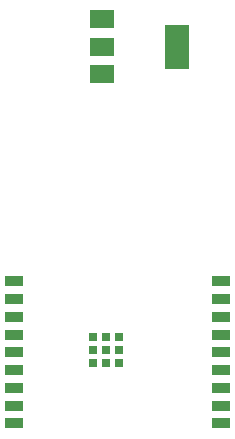
<source format=gbr>
%TF.GenerationSoftware,KiCad,Pcbnew,7.0.7*%
%TF.CreationDate,2025-12-05T14:06:05+01:00*%
%TF.ProjectId,centralv2,63656e74-7261-46c7-9632-2e6b69636164,rev?*%
%TF.SameCoordinates,Original*%
%TF.FileFunction,Paste,Top*%
%TF.FilePolarity,Positive*%
%FSLAX46Y46*%
G04 Gerber Fmt 4.6, Leading zero omitted, Abs format (unit mm)*
G04 Created by KiCad (PCBNEW 7.0.7) date 2025-12-05 14:06:05*
%MOMM*%
%LPD*%
G01*
G04 APERTURE LIST*
%ADD10R,2.000000X1.500000*%
%ADD11R,2.000000X3.800000*%
%ADD12R,1.500000X0.900000*%
%ADD13R,0.700000X0.700000*%
G04 APERTURE END LIST*
D10*
%TO.C,U2*%
X69190000Y-48050000D03*
X69190000Y-50350000D03*
X69190000Y-52650000D03*
D11*
X75490000Y-50350000D03*
%TD*%
D12*
%TO.C,U1*%
X79250000Y-82240000D03*
X79250000Y-80740000D03*
X79250000Y-79240000D03*
X79250000Y-77740000D03*
X79250000Y-76240000D03*
X79250000Y-74740000D03*
X79250000Y-73240000D03*
X79250000Y-71740000D03*
X79250000Y-70240000D03*
X61750000Y-70240000D03*
X61750000Y-71740000D03*
X61750000Y-73240000D03*
X61750000Y-74740000D03*
X61750000Y-76240000D03*
X61750000Y-77740000D03*
X61750000Y-79240000D03*
X61750000Y-80740000D03*
X61750000Y-82240000D03*
D13*
X70640000Y-77140000D03*
X69540000Y-77140000D03*
X68440000Y-77140000D03*
X70640000Y-76040000D03*
X69540000Y-76040000D03*
X68440000Y-76040000D03*
X70640000Y-74940000D03*
X69540000Y-74940000D03*
X68440000Y-74940000D03*
%TD*%
M02*

</source>
